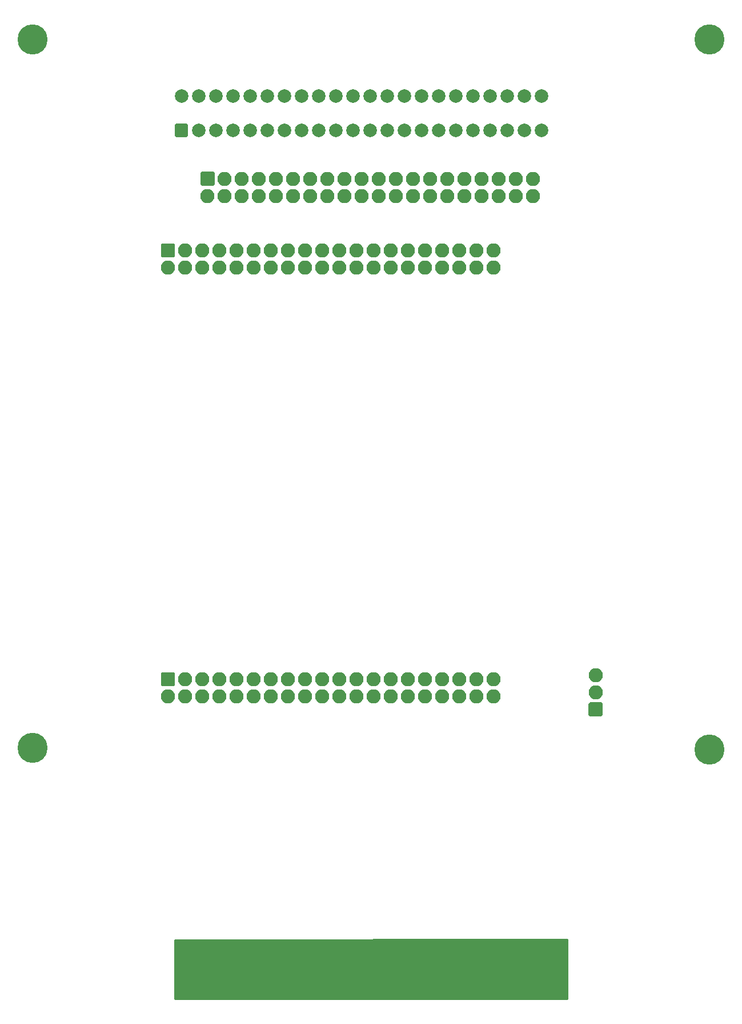
<source format=gbr>
%TF.GenerationSoftware,KiCad,Pcbnew,(5.1.9)-1*%
%TF.CreationDate,2025-01-23T06:38:53-08:00*%
%TF.ProjectId,RADA3K,52414441-334b-42e6-9b69-6361645f7063,rev?*%
%TF.SameCoordinates,Original*%
%TF.FileFunction,Soldermask,Bot*%
%TF.FilePolarity,Negative*%
%FSLAX46Y46*%
G04 Gerber Fmt 4.6, Leading zero omitted, Abs format (unit mm)*
G04 Created by KiCad (PCBNEW (5.1.9)-1) date 2025-01-23 06:38:53*
%MOMM*%
%LPD*%
G01*
G04 APERTURE LIST*
%ADD10O,2.100000X2.100000*%
%ADD11C,2.000000*%
%ADD12C,4.464000*%
%ADD13C,0.254000*%
%ADD14C,0.100000*%
G04 APERTURE END LIST*
D10*
%TO.C,J1*%
X120230900Y-124460000D03*
X120230900Y-127000000D03*
G36*
G01*
X121280900Y-128690000D02*
X121280900Y-130390000D01*
G75*
G02*
X121080900Y-130590000I-200000J0D01*
G01*
X119380900Y-130590000D01*
G75*
G02*
X119180900Y-130390000I0J200000D01*
G01*
X119180900Y-128690000D01*
G75*
G02*
X119380900Y-128490000I200000J0D01*
G01*
X121080900Y-128490000D01*
G75*
G02*
X121280900Y-128690000I0J-200000D01*
G01*
G37*
%TD*%
%TO.C,J4*%
X110960000Y-53500000D03*
X110960000Y-50960000D03*
X108420000Y-53500000D03*
X108420000Y-50960000D03*
X105880000Y-53500000D03*
X105880000Y-50960000D03*
X103340000Y-53500000D03*
X103340000Y-50960000D03*
X100800000Y-53500000D03*
X100800000Y-50960000D03*
X98260000Y-53500000D03*
X98260000Y-50960000D03*
X95720000Y-53500000D03*
X95720000Y-50960000D03*
X93180000Y-53500000D03*
X93180000Y-50960000D03*
X90640000Y-53500000D03*
X90640000Y-50960000D03*
X88100000Y-53500000D03*
X88100000Y-50960000D03*
X85560000Y-53500000D03*
X85560000Y-50960000D03*
X83020000Y-53500000D03*
X83020000Y-50960000D03*
X80480000Y-53500000D03*
X80480000Y-50960000D03*
X77940000Y-53500000D03*
X77940000Y-50960000D03*
X75400000Y-53500000D03*
X75400000Y-50960000D03*
X72860000Y-53500000D03*
X72860000Y-50960000D03*
X70320000Y-53500000D03*
X70320000Y-50960000D03*
X67780000Y-53500000D03*
X67780000Y-50960000D03*
X65240000Y-53500000D03*
X65240000Y-50960000D03*
X62700000Y-53500000D03*
G36*
G01*
X63550000Y-52010000D02*
X61850000Y-52010000D01*
G75*
G02*
X61650000Y-51810000I0J200000D01*
G01*
X61650000Y-50110000D01*
G75*
G02*
X61850000Y-49910000I200000J0D01*
G01*
X63550000Y-49910000D01*
G75*
G02*
X63750000Y-50110000I0J-200000D01*
G01*
X63750000Y-51810000D01*
G75*
G02*
X63550000Y-52010000I-200000J0D01*
G01*
G37*
%TD*%
D11*
%TO.C,J5*%
X112166400Y-38722300D03*
X109626400Y-38722300D03*
X107086400Y-38722300D03*
X104546400Y-38722300D03*
X102006400Y-38722300D03*
X99466400Y-38722300D03*
X96926400Y-38722300D03*
X94386400Y-38722300D03*
X91846400Y-38722300D03*
X89306400Y-38722300D03*
X86766400Y-38722300D03*
X84226400Y-38722300D03*
X81686400Y-38722300D03*
X79146400Y-38722300D03*
X76606400Y-38722300D03*
X74066400Y-38722300D03*
X71526400Y-38722300D03*
X68986400Y-38722300D03*
X66446400Y-38722300D03*
X63906400Y-38722300D03*
X61366400Y-38722300D03*
X58826400Y-38722300D03*
X112166400Y-43802300D03*
X109626400Y-43802300D03*
X107086400Y-43802300D03*
X104546400Y-43802300D03*
X102006400Y-43802300D03*
X99466400Y-43802300D03*
X96926400Y-43802300D03*
X94386400Y-43802300D03*
X91846400Y-43802300D03*
X89306400Y-43802300D03*
X86766400Y-43802300D03*
X84226400Y-43802300D03*
X81686400Y-43802300D03*
X79146400Y-43802300D03*
X76606400Y-43802300D03*
X74066400Y-43802300D03*
X71526400Y-43802300D03*
X68986400Y-43802300D03*
X66446400Y-43802300D03*
X63906400Y-43802300D03*
G36*
G01*
X57826400Y-44602300D02*
X57826400Y-43002300D01*
G75*
G02*
X58026400Y-42802300I200000J0D01*
G01*
X59626400Y-42802300D01*
G75*
G02*
X59826400Y-43002300I0J-200000D01*
G01*
X59826400Y-44602300D01*
G75*
G02*
X59626400Y-44802300I-200000J0D01*
G01*
X58026400Y-44802300D01*
G75*
G02*
X57826400Y-44602300I0J200000D01*
G01*
G37*
X61366400Y-43802300D03*
%TD*%
D10*
%TO.C,J3*%
X105086400Y-64122300D03*
X105086400Y-61582300D03*
X102546400Y-64122300D03*
X102546400Y-61582300D03*
X100006400Y-64122300D03*
X100006400Y-61582300D03*
X97466400Y-64122300D03*
X97466400Y-61582300D03*
X94926400Y-64122300D03*
X94926400Y-61582300D03*
X92386400Y-64122300D03*
X92386400Y-61582300D03*
X89846400Y-64122300D03*
X89846400Y-61582300D03*
X87306400Y-64122300D03*
X87306400Y-61582300D03*
X84766400Y-64122300D03*
X84766400Y-61582300D03*
X82226400Y-64122300D03*
X82226400Y-61582300D03*
X79686400Y-64122300D03*
X79686400Y-61582300D03*
X77146400Y-64122300D03*
X77146400Y-61582300D03*
X74606400Y-64122300D03*
X74606400Y-61582300D03*
X72066400Y-64122300D03*
X72066400Y-61582300D03*
X69526400Y-64122300D03*
X69526400Y-61582300D03*
X66986400Y-64122300D03*
X66986400Y-61582300D03*
X64446400Y-64122300D03*
X64446400Y-61582300D03*
X61906400Y-64122300D03*
X61906400Y-61582300D03*
X59366400Y-64122300D03*
X59366400Y-61582300D03*
X56826400Y-64122300D03*
G36*
G01*
X57676400Y-62632300D02*
X55976400Y-62632300D01*
G75*
G02*
X55776400Y-62432300I0J200000D01*
G01*
X55776400Y-60732300D01*
G75*
G02*
X55976400Y-60532300I200000J0D01*
G01*
X57676400Y-60532300D01*
G75*
G02*
X57876400Y-60732300I0J-200000D01*
G01*
X57876400Y-62432300D01*
G75*
G02*
X57676400Y-62632300I-200000J0D01*
G01*
G37*
%TD*%
%TO.C,J2*%
X105086400Y-127622300D03*
X105086400Y-125082300D03*
X102546400Y-127622300D03*
X102546400Y-125082300D03*
X100006400Y-127622300D03*
X100006400Y-125082300D03*
X97466400Y-127622300D03*
X97466400Y-125082300D03*
X94926400Y-127622300D03*
X94926400Y-125082300D03*
X92386400Y-127622300D03*
X92386400Y-125082300D03*
X89846400Y-127622300D03*
X89846400Y-125082300D03*
X87306400Y-127622300D03*
X87306400Y-125082300D03*
X84766400Y-127622300D03*
X84766400Y-125082300D03*
X82226400Y-127622300D03*
X82226400Y-125082300D03*
X79686400Y-127622300D03*
X79686400Y-125082300D03*
X77146400Y-127622300D03*
X77146400Y-125082300D03*
X74606400Y-127622300D03*
X74606400Y-125082300D03*
X72066400Y-127622300D03*
X72066400Y-125082300D03*
X69526400Y-127622300D03*
X69526400Y-125082300D03*
X66986400Y-127622300D03*
X66986400Y-125082300D03*
X64446400Y-127622300D03*
X64446400Y-125082300D03*
X61906400Y-127622300D03*
X61906400Y-125082300D03*
X59366400Y-127622300D03*
X59366400Y-125082300D03*
X56826400Y-127622300D03*
G36*
G01*
X57676400Y-126132300D02*
X55976400Y-126132300D01*
G75*
G02*
X55776400Y-125932300I0J200000D01*
G01*
X55776400Y-124232300D01*
G75*
G02*
X55976400Y-124032300I200000J0D01*
G01*
X57676400Y-124032300D01*
G75*
G02*
X57876400Y-124232300I0J-200000D01*
G01*
X57876400Y-125932300D01*
G75*
G02*
X57676400Y-126132300I-200000J0D01*
G01*
G37*
%TD*%
D12*
%TO.C,GND*%
X137063972Y-135496300D03*
%TD*%
%TO.C,GND*%
X36791900Y-135242300D03*
%TD*%
%TO.C,GND*%
X137063972Y-30314900D03*
%TD*%
%TO.C,GND*%
X36791900Y-30314900D03*
%TD*%
D13*
X116051882Y-172389800D02*
X57835800Y-172389800D01*
X57835800Y-163652145D01*
X116002514Y-163626855D01*
X116051882Y-172389800D01*
D14*
G36*
X116051882Y-172389800D02*
G01*
X57835800Y-172389800D01*
X57835800Y-163652145D01*
X116002514Y-163626855D01*
X116051882Y-172389800D01*
G37*
M02*

</source>
